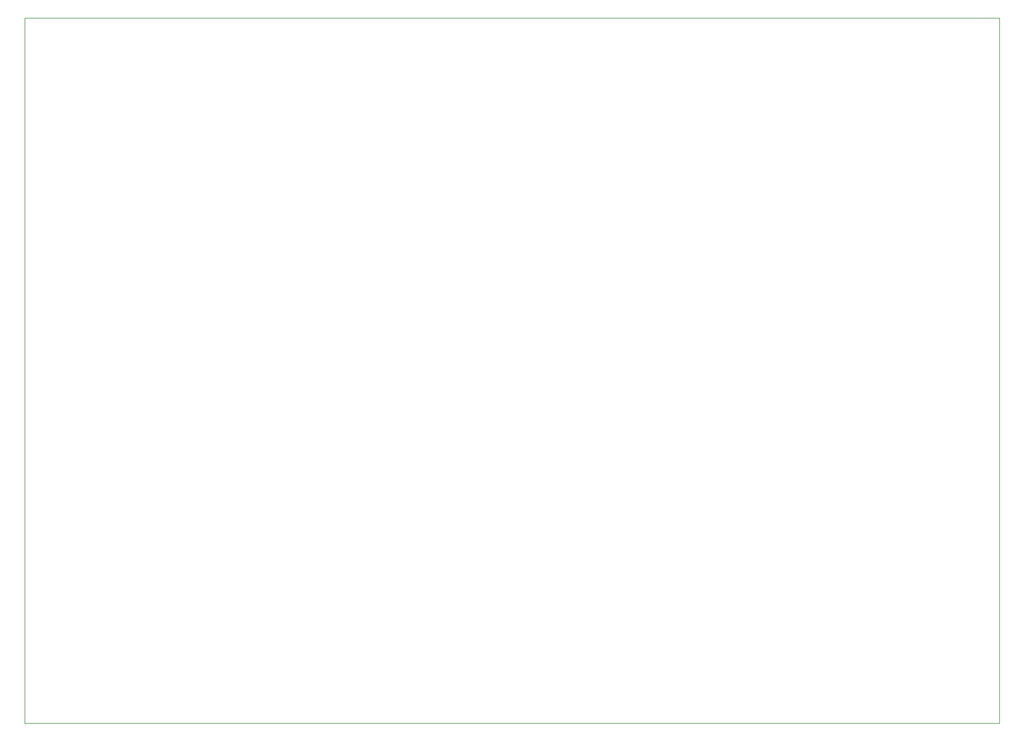
<source format=gbr>
%TF.GenerationSoftware,KiCad,Pcbnew,(6.0.7)*%
%TF.CreationDate,2022-11-30T19:42:34-03:00*%
%TF.ProjectId,CaixaDeRemedios,43616978-6144-4655-9265-6d6564696f73,rev?*%
%TF.SameCoordinates,Original*%
%TF.FileFunction,Profile,NP*%
%FSLAX46Y46*%
G04 Gerber Fmt 4.6, Leading zero omitted, Abs format (unit mm)*
G04 Created by KiCad (PCBNEW (6.0.7)) date 2022-11-30 19:42:34*
%MOMM*%
%LPD*%
G01*
G04 APERTURE LIST*
%TA.AperFunction,Profile*%
%ADD10C,0.100000*%
%TD*%
G04 APERTURE END LIST*
D10*
X20320000Y-25400000D02*
X167640000Y-25400000D01*
X167640000Y-25400000D02*
X167640000Y-132080000D01*
X167640000Y-132080000D02*
X20320000Y-132080000D01*
X20320000Y-132080000D02*
X20320000Y-25400000D01*
M02*

</source>
